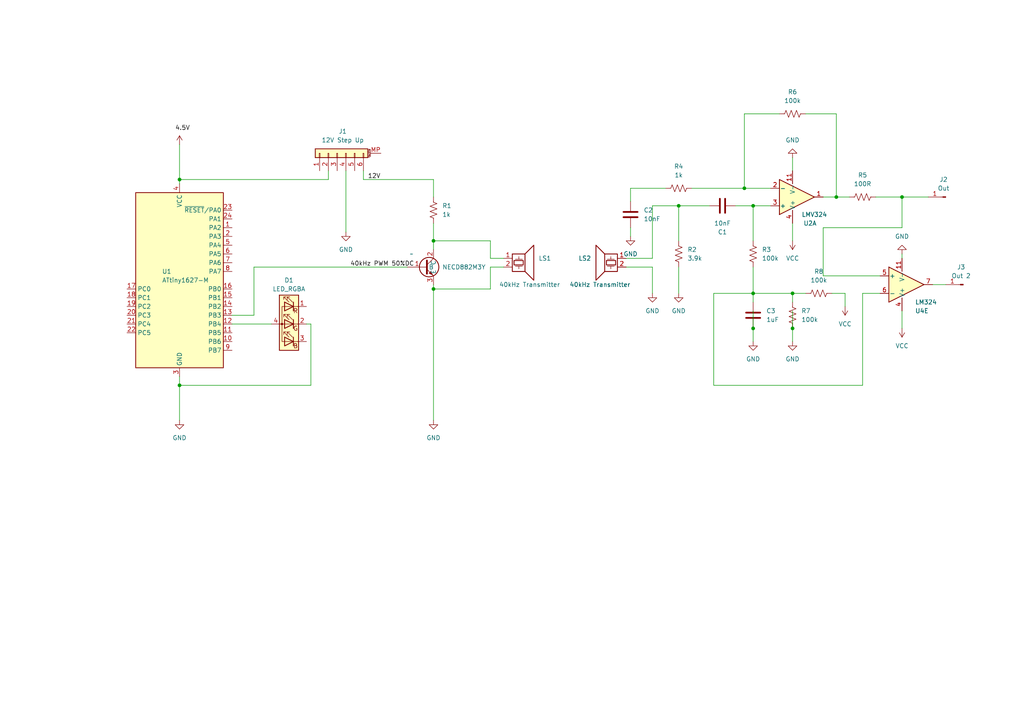
<source format=kicad_sch>
(kicad_sch (version 20230121) (generator eeschema)
  (paper "A4")
  (lib_symbols
    (symbol "Amplifier_Operational:LM324" (pin_names (offset 0.127))
      (property "Reference" "U" (at 0 5.08 0))
      (property "Value" "LM324" (at 0 -5.08 0))
      (symbol "LM324_1_1"
        (polyline (pts (xy -5.08 5.08) (xy 5.08 0) (xy -5.08 -5.08) (xy -5.08 5.08)) (stroke (width 0.254)) (fill (type background)))
        (pin output line (at 7.62 0 180) (length 2.54) (name "~") (number "1"))
        (pin input line (at -7.62 -2.54 0) (length 2.54) (name "-") (number "2"))
        (pin input line (at -7.62 2.54 0) (length 2.54) (name "+") (number "3"))
      )
      (symbol "LM324_2_1"
        (polyline (pts (xy -5.08 5.08) (xy 5.08 0) (xy -5.08 -5.08) (xy -5.08 5.08)) (stroke (width 0.254)) (fill (type background)))
        (pin input line (at -7.62 2.54 0) (length 2.54) (name "+") (number "5"))
        (pin input line (at -7.62 -2.54 0) (length 2.54) (name "-") (number "6"))
        (pin output line (at 7.62 0 180) (length 2.54) (name "~") (number "7"))
      )
      (symbol "LM324_3_1"
        (polyline (pts (xy -5.08 5.08) (xy 5.08 0) (xy -5.08 -5.08) (xy -5.08 5.08)) (stroke (width 0.254)) (fill (type background)))
        (pin input line (at -7.62 2.54 0) (length 2.54) (name "+") (number "10"))
        (pin output line (at 7.62 0 180) (length 2.54) (name "~") (number "8"))
        (pin input line (at -7.62 -2.54 0) (length 2.54) (name "-") (number "9"))
      )
      (symbol "LM324_4_1"
        (polyline (pts (xy -5.08 5.08) (xy 5.08 0) (xy -5.08 -5.08) (xy -5.08 5.08)) (stroke (width 0.254)) (fill (type background)))
        (pin input line (at -7.62 2.54 0) (length 2.54) (name "+") (number "12"))
        (pin input line (at -7.62 -2.54 0) (length 2.54) (name "-") (number "13"))
        (pin output line (at 7.62 0 180) (length 2.54) (name "~") (number "14"))
      )
      (symbol "LM324_5_1"
        (pin power_in line (at -2.54 -7.62 90) (length 3.81) (name "V-") (number "11"))
        (pin power_in line (at -2.54 7.62 270) (length 3.81) (name "V+") (number "4"))
      )
    )
    (symbol "Amplifier_Operational:LMV324" (pin_names (offset 0.127))
      (property "Reference" "U" (at 0 5.08 0))
      (property "Value" "LMV324" (at 0 -5.08 0))
      (symbol "LMV324_1_1"
        (polyline (pts (xy -5.08 5.08) (xy 5.08 0) (xy -5.08 -5.08) (xy -5.08 5.08)) (stroke (width 0.254)) (fill (type background)))
        (pin output line (at 7.62 0 180) (length 2.54) (name "~") (number "1"))
        (pin input line (at -7.62 -2.54 0) (length 2.54) (name "-") (number "2"))
        (pin input line (at -7.62 2.54 0) (length 2.54) (name "+") (number "3"))
      )
      (symbol "LMV324_2_1"
        (polyline (pts (xy -5.08 5.08) (xy 5.08 0) (xy -5.08 -5.08) (xy -5.08 5.08)) (stroke (width 0.254)) (fill (type background)))
        (pin input line (at -7.62 2.54 0) (length 2.54) (name "+") (number "5"))
        (pin input line (at -7.62 -2.54 0) (length 2.54) (name "-") (number "6"))
        (pin output line (at 7.62 0 180) (length 2.54) (name "~") (number "7"))
      )
      (symbol "LMV324_3_1"
        (polyline (pts (xy -5.08 5.08) (xy 5.08 0) (xy -5.08 -5.08) (xy -5.08 5.08)) (stroke (width 0.254)) (fill (type background)))
        (pin input line (at -7.62 2.54 0) (length 2.54) (name "+") (number "10"))
        (pin output line (at 7.62 0 180) (length 2.54) (name "~") (number "8"))
        (pin input line (at -7.62 -2.54 0) (length 2.54) (name "-") (number "9"))
      )
      (symbol "LMV324_4_1"
        (polyline (pts (xy -5.08 5.08) (xy 5.08 0) (xy -5.08 -5.08) (xy -5.08 5.08)) (stroke (width 0.254)) (fill (type background)))
        (pin input line (at -7.62 2.54 0) (length 2.54) (name "+") (number "12"))
        (pin input line (at -7.62 -2.54 0) (length 2.54) (name "-") (number "13"))
        (pin output line (at 7.62 0 180) (length 2.54) (name "~") (number "14"))
      )
      (symbol "LMV324_5_1"
        (pin power_in line (at -2.54 -7.62 90) (length 3.81) (name "V-") (number "11"))
        (pin power_in line (at -2.54 7.62 270) (length 3.81) (name "V+") (number "4"))
      )
    )
    (symbol "Connector:Conn_01x01_Pin" (pin_names (offset 1.016) hide)
      (property "Reference" "J" (at 0 2.54 0))
      (property "Value" "Conn_01x01_Pin" (at 0 -2.54 0))
      (symbol "Conn_01x01_Pin_1_1"
        (polyline (pts (xy 1.27 0) (xy 0.8636 0)) (stroke (width 0.1524)))
        (rectangle (start 0.8636 0.127) (end 0 -0.127) (stroke (width 0.1524)) (fill (type outline)))
        (pin passive line (at 5.08 0 180) (length 3.81) (name "Pin_1") (number "1"))
      )
    )
    (symbol "Connector_Generic_MountingPin:Conn_01x06_MountingPin" (pin_names (offset 1.016) hide)
      (property "Reference" "J" (at 0 7.62 0))
      (property "Value" "Conn_01x06_MountingPin" (at 1.27 -10.16 0))
      (symbol "Conn_01x06_MountingPin_1_1"
        (rectangle (start -1.27 -7.493) (end 0 -7.747) (stroke (width 0.1524)))
        (rectangle (start -1.27 -4.953) (end 0 -5.207) (stroke (width 0.1524)))
        (rectangle (start -1.27 -2.413) (end 0 -2.667) (stroke (width 0.1524)))
        (rectangle (start -1.27 0.127) (end 0 -0.127) (stroke (width 0.1524)))
        (rectangle (start -1.27 2.667) (end 0 2.413) (stroke (width 0.1524)))
        (rectangle (start -1.27 5.207) (end 0 4.953) (stroke (width 0.1524)))
        (rectangle (start -1.27 6.35) (end 1.27 -8.89) (stroke (width 0.254)) (fill (type background)))
        (polyline (pts (xy -1.016 -9.652) (xy 1.016 -9.652)) (stroke (width 0.1524)))
        (text "Mounting" (at 0 -9.271 0) (effects (font (size 0.381 0.381))))
        (pin passive line (at -5.08 5.08 0) (length 3.81) (name "Pin_1") (number "1"))
        (pin passive line (at -5.08 2.54 0) (length 3.81) (name "Pin_2") (number "2"))
        (pin passive line (at -5.08 0 0) (length 3.81) (name "Pin_3") (number "3"))
        (pin passive line (at -5.08 -2.54 0) (length 3.81) (name "Pin_4") (number "4"))
        (pin passive line (at -5.08 -5.08 0) (length 3.81) (name "Pin_5") (number "5"))
        (pin passive line (at -5.08 -7.62 0) (length 3.81) (name "Pin_6") (number "6"))
        (pin passive line (at 0 -12.7 90) (length 3.048) (name "MountPin") (number "MP"))
      )
    )
    (symbol "Device:C" (pin_numbers hide) (pin_names (offset 0.254))
      (property "Reference" "C" (at 0.635 2.54 0))
      (property "Value" "C" (at 0.635 -2.54 0))
      (symbol "C_0_1"
        (polyline (pts (xy -2.032 -0.762) (xy 2.032 -0.762)) (stroke (width 0.508)))
        (polyline (pts (xy -2.032 0.762) (xy 2.032 0.762)) (stroke (width 0.508)))
      )
      (symbol "C_1_1"
        (pin passive line (at 0 3.81 270) (length 2.794) (name "~") (number "1"))
        (pin passive line (at 0 -3.81 90) (length 2.794) (name "~") (number "2"))
      )
    )
    (symbol "Device:LED_RGBA" (pin_names (offset 0) hide)
      (property "Reference" "D" (at 0 9.398 0))
      (property "Value" "LED_RGBA" (at 0 -8.89 0))
      (symbol "LED_RGBA_0_0"
        (text "B" (at -1.905 -6.35 0) (effects (font (size 1.27 1.27))))
        (text "G" (at -1.905 -1.27 0) (effects (font (size 1.27 1.27))))
        (text "R" (at -1.905 3.81 0) (effects (font (size 1.27 1.27))))
      )
      (symbol "LED_RGBA_0_1"
        (polyline (pts (xy -1.27 -5.08) (xy -2.54 -5.08)))
        (polyline (pts (xy -1.27 -5.08) (xy 1.27 -5.08)))
        (polyline (pts (xy -1.27 -3.81) (xy -1.27 -6.35)) (stroke (width 0.254)))
        (polyline (pts (xy -1.27 0) (xy -2.54 0)))
        (polyline (pts (xy -1.27 1.27) (xy -1.27 -1.27)) (stroke (width 0.254)))
        (polyline (pts (xy -1.27 5.08) (xy -2.54 5.08)))
        (polyline (pts (xy -1.27 5.08) (xy 1.27 5.08)))
        (polyline (pts (xy -1.27 6.35) (xy -1.27 3.81)) (stroke (width 0.254)))
        (polyline (pts (xy 1.27 0) (xy -1.27 0)))
        (polyline (pts (xy 1.27 0) (xy 2.54 0)))
        (polyline (pts (xy -1.27 1.27) (xy -1.27 -1.27) (xy -1.27 -1.27)))
        (polyline (pts (xy -1.27 6.35) (xy -1.27 3.81) (xy -1.27 3.81)))
        (polyline (pts (xy 1.27 -5.08) (xy 2.032 -5.08) (xy 2.032 5.08) (xy 1.27 5.08)))
        (polyline (pts (xy 1.27 -3.81) (xy 1.27 -6.35) (xy -1.27 -5.08) (xy 1.27 -3.81)) (stroke (width 0.254)))
        (polyline (pts (xy 1.27 1.27) (xy 1.27 -1.27) (xy -1.27 0) (xy 1.27 1.27)) (stroke (width 0.254)))
        (polyline (pts (xy 1.27 6.35) (xy 1.27 3.81) (xy -1.27 5.08) (xy 1.27 6.35)) (stroke (width 0.254)))
        (polyline (pts (xy -1.016 -3.81) (xy 0.508 -2.286) (xy -0.254 -2.286) (xy 0.508 -2.286) (xy 0.508 -3.048)))
        (polyline (pts (xy -1.016 1.27) (xy 0.508 2.794) (xy -0.254 2.794) (xy 0.508 2.794) (xy 0.508 2.032)))
        (polyline (pts (xy -1.016 6.35) (xy 0.508 7.874) (xy -0.254 7.874) (xy 0.508 7.874) (xy 0.508 7.112)))
        (polyline (pts (xy 0 -3.81) (xy 1.524 -2.286) (xy 0.762 -2.286) (xy 1.524 -2.286) (xy 1.524 -3.048)))
        (polyline (pts (xy 0 1.27) (xy 1.524 2.794) (xy 0.762 2.794) (xy 1.524 2.794) (xy 1.524 2.032)))
        (polyline (pts (xy 0 6.35) (xy 1.524 7.874) (xy 0.762 7.874) (xy 1.524 7.874) (xy 1.524 7.112)))
        (rectangle (start 1.27 -1.27) (end 1.27 1.27))
        (rectangle (start 1.27 1.27) (end 1.27 1.27))
        (rectangle (start 1.27 3.81) (end 1.27 6.35))
        (rectangle (start 1.27 6.35) (end 1.27 6.35))
        (circle (center 2.032 0) (radius 0.254) (fill (type outline)))
        (rectangle (start 2.794 8.382) (end -2.794 -7.62) (stroke (width 0.254)) (fill (type background)))
      )
      (symbol "LED_RGBA_1_1"
        (pin passive line (at -5.08 5.08 0) (length 2.54) (name "RK") (number "1"))
        (pin passive line (at -5.08 0 0) (length 2.54) (name "GK") (number "2"))
        (pin passive line (at -5.08 -5.08 0) (length 2.54) (name "BK") (number "3"))
        (pin passive line (at 5.08 0 180) (length 2.54) (name "A") (number "4"))
      )
    )
    (symbol "Device:R_US" (pin_numbers hide) (pin_names (offset 0))
      (property "Reference" "R" (at 2.54 0 90))
      (property "Value" "R_US" (at -2.54 0 90))
      (symbol "R_US_0_1"
        (polyline (pts (xy 0 -2.286) (xy 0 -2.54)))
        (polyline (pts (xy 0 2.286) (xy 0 2.54)))
        (polyline (pts (xy 0 -0.762) (xy 1.016 -1.143) (xy 0 -1.524) (xy -1.016 -1.905) (xy 0 -2.286)))
        (polyline (pts (xy 0 0.762) (xy 1.016 0.381) (xy 0 0) (xy -1.016 -0.381) (xy 0 -0.762)))
        (polyline (pts (xy 0 2.286) (xy 1.016 1.905) (xy 0 1.524) (xy -1.016 1.143) (xy 0 0.762)))
      )
      (symbol "R_US_1_1"
        (pin passive line (at 0 3.81 270) (length 1.27) (name "~") (number "1"))
        (pin passive line (at 0 -3.81 90) (length 1.27) (name "~") (number "2"))
      )
    )
    (symbol "Device:Speaker_Ultrasound" (pin_names (offset 0) hide)
      (property "Reference" "LS" (at 0.635 5.715 0))
      (property "Value" "Speaker_Ultrasound" (at 0.635 3.81 0))
      (symbol "Speaker_Ultrasound_0_0"
        (rectangle (start -2.54 1.27) (end 1.143 -3.81) (stroke (width 0.254)))
        (rectangle (start -2.032 -0.635) (end 0.635 -1.905) (stroke (width 0.254)))
        (polyline (pts (xy -1.651 -2.286) (xy 0.381 -2.286)))
        (polyline (pts (xy -1.651 -0.254) (xy 0.381 -0.254)))
        (polyline (pts (xy -0.635 -2.286) (xy -0.635 -3.048)))
        (polyline (pts (xy -0.635 -0.254) (xy -0.635 0.508)))
        (polyline (pts (xy 1.143 1.27) (xy 3.683 3.81) (xy 3.683 -6.35) (xy 1.143 -3.81)) (stroke (width 0.254)))
      )
      (symbol "Speaker_Ultrasound_1_1"
        (pin input line (at -5.08 0 0) (length 2.54) (name "1") (number "1"))
        (pin input line (at -5.08 -2.54 0) (length 2.54) (name "2") (number "2"))
      )
    )
    (symbol "MCU_Microchip_ATtiny:ATtiny1627-M"
      (property "Reference" "U" (at -12.7 26.67 0))
      (property "Value" "ATtiny1627-M" (at 2.54 -26.67 0))
      (symbol "ATtiny1627-M_0_1"
        (rectangle (start -12.7 -25.4) (end 12.7 25.4) (stroke (width 0.254)) (fill (type background)))
      )
      (symbol "ATtiny1627-M_1_1"
        (pin bidirectional line (at 15.24 15.24 180) (length 2.54) (name "PA2") (number "1"))
        (pin bidirectional line (at 15.24 -17.78 180) (length 2.54) (name "PB6") (number "10"))
        (pin bidirectional line (at 15.24 -15.24 180) (length 2.54) (name "PB5") (number "11"))
        (pin bidirectional line (at 15.24 -12.7 180) (length 2.54) (name "PB4") (number "12"))
        (pin bidirectional line (at 15.24 -10.16 180) (length 2.54) (name "PB3") (number "13"))
        (pin bidirectional line (at 15.24 -7.62 180) (length 2.54) (name "PB2") (number "14"))
        (pin bidirectional line (at 15.24 -5.08 180) (length 2.54) (name "PB1") (number "15"))
        (pin bidirectional line (at 15.24 -2.54 180) (length 2.54) (name "PB0") (number "16"))
        (pin bidirectional line (at -15.24 -2.54 0) (length 2.54) (name "PC0") (number "17"))
        (pin bidirectional line (at -15.24 -5.08 0) (length 2.54) (name "PC1") (number "18"))
        (pin bidirectional line (at -15.24 -7.62 0) (length 2.54) (name "PC2") (number "19"))
        (pin bidirectional line (at 15.24 12.7 180) (length 2.54) (name "PA3") (number "2"))
        (pin bidirectional line (at -15.24 -10.16 0) (length 2.54) (name "PC3") (number "20"))
        (pin bidirectional line (at -15.24 -12.7 0) (length 2.54) (name "PC4") (number "21"))
        (pin bidirectional line (at -15.24 -15.24 0) (length 2.54) (name "PC5") (number "22"))
        (pin bidirectional line (at 15.24 20.32 180) (length 2.54) (name "~{RESET}/PA0") (number "23"))
        (pin bidirectional line (at 15.24 17.78 180) (length 2.54) (name "PA1") (number "24"))
        (pin passive line (at 0 -27.94 90) (length 2.54) hide (name "GND") (number "25"))
        (pin power_in line (at 0 -27.94 90) (length 2.54) (name "GND") (number "3"))
        (pin power_in line (at 0 27.94 270) (length 2.54) (name "VCC") (number "4"))
        (pin bidirectional line (at 15.24 10.16 180) (length 2.54) (name "PA4") (number "5"))
        (pin bidirectional line (at 15.24 7.62 180) (length 2.54) (name "PA5") (number "6"))
        (pin bidirectional line (at 15.24 5.08 180) (length 2.54) (name "PA6") (number "7"))
        (pin bidirectional line (at 15.24 2.54 180) (length 2.54) (name "PA7") (number "8"))
        (pin bidirectional line (at 15.24 -20.32 180) (length 2.54) (name "PB7") (number "9"))
      )
    )
    (symbol "custom:NECD882PM3Y"
      (property "Reference" "MOSFET" (at 0 0 0))
      (symbol "NECD882PM3Y_0_1"
        (polyline (pts (xy 4.445 -3.175) (xy 6.35 -1.27)))
        (polyline (pts (xy 4.445 -4.445) (xy 6.35 -6.35) (xy 6.35 -6.35)))
        (polyline (pts (xy 4.445 -1.905) (xy 4.445 -5.715) (xy 4.445 -5.715)) (stroke (width 0.508)))
        (polyline (pts (xy 5.08 -5.588) (xy 5.588 -5.08) (xy 6.096 -6.096) (xy 5.08 -5.588) (xy 5.08 -5.588)) (fill (type outline)))
        (circle (center 5.08 -3.81) (radius 2.8194) (stroke (width 0.254)))
      )
      (symbol "NECD882PM3Y_1_1"
        (pin passive line (at -1.27 -3.81 0) (length 5.715) (name "B") (number "1"))
        (pin passive line (at 6.35 1.27 270) (length 2.54) (name "C") (number "2"))
        (pin passive line (at 6.35 -8.89 90) (length 2.54) (name "E") (number "3"))
      )
    )
    (symbol "power:+4V" (power) (pin_names (offset 0))
      (property "Value" "+4V" (at 0 3.556 0))
      (symbol "+4V_0_1"
        (polyline (pts (xy -0.762 1.27) (xy 0 2.54)))
        (polyline (pts (xy 0 0) (xy 0 2.54)))
        (polyline (pts (xy 0 2.54) (xy 0.762 1.27)))
      )
      (symbol "+4V_1_1"
        (pin power_in line (at 0 0 90) (length 0) hide (name "+4V") (number "1"))
      )
    )
    (symbol "power:GND" (power) (pin_names (offset 0))
      (property "Value" "GND" (at 0 -3.81 0))
      (symbol "GND_0_1"
        (polyline (pts (xy 0 0) (xy 0 -1.27) (xy 1.27 -1.27) (xy 0 -2.54) (xy -1.27 -1.27) (xy 0 -1.27)))
      )
      (symbol "GND_1_1"
        (pin power_in line (at 0 0 270) (length 0) hide (name "GND") (number "1"))
      )
    )
    (symbol "power:VCC" (power) (pin_names (offset 0))
      (property "Value" "VCC" (at 0 3.81 0))
      (symbol "VCC_0_1"
        (polyline (pts (xy -0.762 1.27) (xy 0 2.54)))
        (polyline (pts (xy 0 0) (xy 0 2.54)))
        (polyline (pts (xy 0 2.54) (xy 0.762 1.27)))
      )
      (symbol "VCC_1_1"
        (pin power_in line (at 0 0 90) (length 0) hide (name "VCC") (number "1"))
      )
    )
  )
  (junction (at 215.9 54.61))
  (junction (at 218.44 59.69))
  (junction (at 261.62 57.15))
  (junction (at 52.07 111.76))
  (junction (at 242.57 57.15))
  (junction (at 52.07 52.07))
  (junction (at 218.44 85.09))
  (junction (at 125.73 69.85))
  (junction (at 218.44 95.25))
  (junction (at 229.87 95.25))
  (junction (at 229.87 85.09))
  (junction (at 196.85 59.69))
  (junction (at 125.73 83.82))
  (wire (pts (xy 213.36 59.69) (xy 218.44 59.69)))
  (wire (pts (xy 67.31 93.98) (xy 78.74 93.98)))
  (wire (pts (xy 238.76 66.04) (xy 238.76 80.01)))
  (wire (pts (xy 218.44 85.09) (xy 229.87 85.09)))
  (wire (pts (xy 226.06 33.02) (xy 215.9 33.02)))
  (wire (pts (xy 189.23 74.93) (xy 189.23 59.69)))
  (wire (pts (xy 95.25 52.07) (xy 52.07 52.07)))
  (wire (pts (xy 105.41 49.53) (xy 105.41 52.07)))
  (wire (pts (xy 196.85 59.69) (xy 205.74 59.69)))
  (wire (pts (xy 142.24 74.93) (xy 142.24 69.85)))
  (wire (pts (xy 207.01 85.09) (xy 218.44 85.09)))
  (wire (pts (xy 229.87 95.25) (xy 229.87 99.06)))
  (wire (pts (xy 125.73 72.39) (xy 125.73 69.85)))
  (wire (pts (xy 189.23 59.69) (xy 196.85 59.69)))
  (wire (pts (xy 218.44 85.09) (xy 218.44 87.63)))
  (wire (pts (xy 218.44 90.17) (xy 218.44 95.25)))
  (wire (pts (xy 215.9 54.61) (xy 223.52 54.61)))
  (wire (pts (xy 238.76 57.15) (xy 242.57 57.15)))
  (wire (pts (xy 218.44 77.47) (xy 218.44 85.09)))
  (wire (pts (xy 245.11 88.9) (xy 245.11 85.09)))
  (wire (pts (xy 229.87 85.09) (xy 229.87 87.63)))
  (wire (pts (xy 261.62 90.17) (xy 261.62 95.25)))
  (wire (pts (xy 52.07 111.76) (xy 52.07 121.92)))
  (wire (pts (xy 207.01 111.76) (xy 207.01 85.09)))
  (wire (pts (xy 125.73 82.55) (xy 125.73 83.82)))
  (wire (pts (xy 52.07 52.07) (xy 52.07 53.34)))
  (wire (pts (xy 142.24 77.47) (xy 142.24 83.82)))
  (wire (pts (xy 270.51 82.55) (xy 274.32 82.55)))
  (wire (pts (xy 233.68 33.02) (xy 242.57 33.02)))
  (wire (pts (xy 90.17 111.76) (xy 52.07 111.76)))
  (wire (pts (xy 189.23 77.47) (xy 181.61 77.47)))
  (wire (pts (xy 196.85 77.47) (xy 196.85 85.09)))
  (wire (pts (xy 238.76 80.01) (xy 255.27 80.01)))
  (wire (pts (xy 181.61 74.93) (xy 189.23 74.93)))
  (wire (pts (xy 242.57 33.02) (xy 242.57 57.15)))
  (wire (pts (xy 218.44 95.25) (xy 218.44 99.06)))
  (wire (pts (xy 229.87 85.09) (xy 233.68 85.09)))
  (wire (pts (xy 73.66 77.47) (xy 118.11 77.47)))
  (wire (pts (xy 229.87 90.17) (xy 229.87 95.25)))
  (wire (pts (xy 261.62 57.15) (xy 261.62 66.04)))
  (wire (pts (xy 189.23 85.09) (xy 189.23 77.47)))
  (wire (pts (xy 52.07 109.22) (xy 52.07 111.76)))
  (wire (pts (xy 200.66 54.61) (xy 215.9 54.61)))
  (wire (pts (xy 105.41 52.07) (xy 125.73 52.07)))
  (wire (pts (xy 100.33 49.53) (xy 100.33 67.31)))
  (wire (pts (xy 218.44 59.69) (xy 223.52 59.69)))
  (wire (pts (xy 261.62 66.04) (xy 238.76 66.04)))
  (wire (pts (xy 229.87 45.72) (xy 229.87 49.53)))
  (wire (pts (xy 196.85 59.69) (xy 196.85 69.85)))
  (wire (pts (xy 215.9 33.02) (xy 215.9 54.61)))
  (wire (pts (xy 182.88 54.61) (xy 193.04 54.61)))
  (wire (pts (xy 67.31 91.44) (xy 73.66 91.44)))
  (wire (pts (xy 88.9 93.98) (xy 90.17 93.98)))
  (wire (pts (xy 95.25 49.53) (xy 95.25 52.07)))
  (wire (pts (xy 146.05 74.93) (xy 142.24 74.93)))
  (wire (pts (xy 250.19 85.09) (xy 250.19 111.76)))
  (wire (pts (xy 255.27 85.09) (xy 250.19 85.09)))
  (wire (pts (xy 250.19 111.76) (xy 207.01 111.76)))
  (wire (pts (xy 245.11 85.09) (xy 241.3 85.09)))
  (wire (pts (xy 73.66 91.44) (xy 73.66 77.47)))
  (wire (pts (xy 182.88 66.04) (xy 182.88 68.58)))
  (wire (pts (xy 142.24 69.85) (xy 125.73 69.85)))
  (wire (pts (xy 261.62 57.15) (xy 269.24 57.15)))
  (wire (pts (xy 52.07 41.91) (xy 52.07 52.07)))
  (wire (pts (xy 125.73 64.77) (xy 125.73 69.85)))
  (wire (pts (xy 261.62 73.66) (xy 261.62 74.93)))
  (wire (pts (xy 142.24 83.82) (xy 125.73 83.82)))
  (wire (pts (xy 182.88 58.42) (xy 182.88 54.61)))
  (wire (pts (xy 125.73 83.82) (xy 125.73 121.92)))
  (wire (pts (xy 125.73 52.07) (xy 125.73 57.15)))
  (wire (pts (xy 90.17 93.98) (xy 90.17 111.76)))
  (wire (pts (xy 254 57.15) (xy 261.62 57.15)))
  (wire (pts (xy 229.87 64.77) (xy 229.87 69.85)))
  (wire (pts (xy 218.44 59.69) (xy 218.44 69.85)))
  (wire (pts (xy 242.57 57.15) (xy 246.38 57.15)))
  (wire (pts (xy 146.05 77.47) (xy 142.24 77.47)))
  (label "12V" (at 106.68 52.07 0))
  (label "4.5V" (at 50.8 38.1 0))
  (label "40kHz PWM 50%DC" (at 101.6 77.47 0))
  (symbol (lib_id "Device:Speaker_Ultrasound") (at 176.53 74.93 0) (mirror y) (unit 1)
    (property "Reference" "LS2" (at 171.45 74.93 0) (effects (justify left)))
    (property "Value" "40kHz Transmitter" (at 182.88 82.55 0) (effects (justify left)))
  )
  (symbol (lib_id "power:GND") (at 100.33 67.31 0) (unit 1)
    (property "Reference" "#PWR03" (effects hide))
    (property "Value" "GND" (at 100.33 72.39 0))
  )
  (symbol (lib_id "Device:R_US") (at 229.87 33.02 90) (unit 1)
    (property "Reference" "R6" (at 229.87 26.67 90))
    (property "Value" "100k" (at 229.87 29.21 90))
  )
  (symbol (lib_id "Amplifier_Operational:LMV324") (at 231.14 57.15 0) (mirror x) (unit 1)
    (property "Reference" "U2" (at 234.95 64.77 0))
    (property "Value" "LMV324" (at 236.22 62.23 0))
    (property "Datasheet" "http://www.ti.com/lit/ds/symlink/lmv324.pdf" (effects hide))
  )
  (symbol (lib_id "Device:R_US") (at 218.44 73.66 180) (unit 1)
    (property "Reference" "R3" (at 220.98 72.39 0) (effects (justify right)))
    (property "Value" "100k" (at 220.98 74.93 0) (effects (justify right)))
  )
  (symbol (lib_id "Device:R_US") (at 250.19 57.15 90) (unit 1)
    (property "Reference" "R5" (at 250.19 50.8 90))
    (property "Value" "100R" (at 250.19 53.34 90))
  )
  (symbol (lib_id "Device:Speaker_Ultrasound") (at 151.13 74.93 0) (unit 1)
    (property "Reference" "LS1" (at 156.21 74.93 0) (effects (justify left)))
    (property "Value" "40kHz Transmitter" (at 144.78 82.55 0) (effects (justify left)))
  )
  (symbol (lib_id "Device:R_US") (at 229.87 91.44 180) (unit 1)
    (property "Reference" "R7" (at 232.41 90.17 0) (effects (justify right)))
    (property "Value" "100k" (at 232.41 92.71 0) (effects (justify right)))
  )
  (symbol (lib_id "Device:R_US") (at 125.73 60.96 180) (unit 1)
    (property "Reference" "R1" (at 128.27 59.69 0) (effects (justify right)))
    (property "Value" "1k" (at 128.27 62.23 0) (effects (justify right)))
  )
  (symbol (lib_id "Device:C") (at 209.55 59.69 90) (mirror x) (unit 1)
    (property "Reference" "C1" (at 209.55 67.31 90))
    (property "Value" "10nF" (at 209.55 64.77 90))
  )
  (symbol (lib_id "power:GND") (at 125.73 121.92 0) (unit 1)
    (property "Reference" "#PWR04" (effects hide))
    (property "Value" "GND" (at 125.73 127 0))
  )
  (symbol (lib_id "power:GND") (at 196.85 85.09 0) (unit 1)
    (property "Reference" "#PWR06" (effects hide))
    (property "Value" "GND" (at 196.85 90.17 0))
  )
  (symbol (lib_id "power:GND") (at 229.87 45.72 0) (mirror x) (unit 1)
    (property "Reference" "#PWR010" (effects hide))
    (property "Value" "GND" (at 229.87 40.64 0))
  )
  (symbol (lib_id "Device:C") (at 218.44 91.44 0) (unit 1)
    (property "Reference" "C3" (at 222.25 90.17 0) (effects (justify left)))
    (property "Value" "1uF" (at 222.25 92.71 0) (effects (justify left)))
  )
  (symbol (lib_id "Device:R_US") (at 237.49 85.09 270) (unit 1)
    (property "Reference" "R8" (at 237.49 78.74 90))
    (property "Value" "100k" (at 237.49 81.28 90))
  )
  (symbol (lib_id "power:GND") (at 261.62 73.66 0) (mirror x) (unit 1)
    (property "Reference" "#PWR014" (effects hide))
    (property "Value" "GND" (at 261.62 68.58 0))
  )
  (symbol (lib_id "power:GND") (at 182.88 68.58 0) (unit 1)
    (property "Reference" "#PWR09" (effects hide))
    (property "Value" "GND" (at 182.88 73.66 0))
  )
  (symbol (lib_id "power:GND") (at 229.87 99.06 0) (unit 1)
    (property "Reference" "#PWR012" (effects hide))
    (property "Value" "GND" (at 229.87 104.14 0))
  )
  (symbol (lib_id "Connector:Conn_01x01_Pin") (at 274.32 57.15 0) (mirror y) (unit 1)
    (property "Reference" "J2" (at 273.685 52.07 0))
    (property "Value" "Out" (at 273.685 54.61 0))
  )
  (symbol (lib_id "MCU_Microchip_ATtiny:ATtiny1627-M") (at 52.07 81.28 0) (unit 1)
    (property "Reference" "U1" (at 46.99 78.74 0) (effects (justify left)))
    (property "Value" "ATtiny1627-M" (at 46.99 81.28 0) (effects (justify left)))
    (property "Footprint" "Package_DFN_QFN:QFN-24-1EP_4x4mm_P0.5mm_EP2.6x2.6mm" (effects hide))
    (property "Datasheet" "https://ww1.microchip.com/downloads/en/DeviceDoc/ATtiny1624-26-27-DataSheet-DS40002234A.pdf" (effects hide))
  )
  (symbol (lib_id "power:VCC") (at 261.62 95.25 0) (mirror x) (unit 1)
    (property "Reference" "#PWR013" (effects hide))
    (property "Value" "VCC" (at 261.62 100.33 0))
  )
  (symbol (lib_id "Amplifier_Operational:LM324") (at 264.16 82.55 0) (mirror x) (unit 5)
    (property "Reference" "U4" (at 265.43 90.17 0) (effects (justify left)))
    (property "Value" "LM324" (at 265.43 87.63 0) (effects (justify left)))
    (property "Datasheet" "http://www.ti.com/lit/ds/symlink/lm2902-n.pdf" (effects hide))
  )
  (symbol (lib_id "Connector:Conn_01x01_Pin") (at 279.4 82.55 0) (mirror y) (unit 1)
    (property "Reference" "J3" (at 278.765 77.47 0))
    (property "Value" "Out 2" (at 278.765 80.01 0))
  )
  (symbol (lib_id "power:+4V") (at 52.07 41.91 0) (unit 1)
    (property "Reference" "#PWR01" (effects hide))
    (property "Value" "+4V" (effects hide))
  )
  (symbol (lib_id "power:GND") (at 52.07 121.92 0) (unit 1)
    (property "Reference" "#PWR02" (effects hide))
    (property "Value" "GND" (at 52.07 127 0))
  )
  (symbol (lib_id "Amplifier_Operational:LM324") (at 232.41 57.15 0) (mirror x) (unit 5)
    (property "Reference" "U3" (effects hide))
    (property "Value" "LM324" (effects hide))
    (property "Datasheet" "http://www.ti.com/lit/ds/symlink/lm2902-n.pdf" (effects hide))
  )
  (symbol (lib_id "Device:R_US") (at 196.85 73.66 180) (unit 1)
    (property "Reference" "R2" (at 199.39 72.39 0) (effects (justify right)))
    (property "Value" "3.9k" (at 199.39 74.93 0) (effects (justify right)))
  )
  (symbol (lib_id "Amplifier_Operational:LMV324") (at 262.89 82.55 0) (unit 2)
    (property "Reference" "U2" (effects hide))
    (property "Value" "LMV324" (effects hide))
    (property "Datasheet" "http://www.ti.com/lit/ds/symlink/lmv324.pdf" (effects hide))
  )
  (symbol (lib_id "Device:C") (at 182.88 62.23 0) (unit 1)
    (property "Reference" "C2" (at 186.69 60.96 0) (effects (justify left)))
    (property "Value" "10nF" (at 186.69 63.5 0) (effects (justify left)))
  )
  (symbol (lib_id "custom:NECD882PM3Y") (at 119.38 73.66 0) (unit 1)
    (property "Reference" "NECD882M3Y" (at 128.27 77.47 0) (effects (justify left)))
    (property "Value" "~" (at 119.38 73.66 0))
  )
  (symbol (lib_id "power:GND") (at 218.44 99.06 0) (unit 1)
    (property "Reference" "#PWR07" (effects hide))
    (property "Value" "GND" (at 218.44 104.14 0))
  )
  (symbol (lib_id "Device:R_US") (at 196.85 54.61 90) (unit 1)
    (property "Reference" "R4" (at 196.85 48.26 90))
    (property "Value" "1k" (at 196.85 50.8 90))
  )
  (symbol (lib_id "Connector_Generic_MountingPin:Conn_01x06_MountingPin") (at 97.79 44.45 90) (unit 1)
    (property "Reference" "J1" (at 99.4156 38.1 90))
    (property "Value" "12V Step Up" (at 99.4156 40.64 90))
  )
  (symbol (lib_id "power:GND") (at 189.23 85.09 0) (unit 1)
    (property "Reference" "#PWR05" (effects hide))
    (property "Value" "GND" (at 189.23 90.17 0))
  )
  (symbol (lib_id "Device:LED_RGBA") (at 83.82 93.98 0) (mirror y) (unit 1)
    (property "Reference" "D1" (at 83.82 81.28 0))
    (property "Value" "LED_RGBA" (at 83.82 83.82 0))
  )
  (symbol (lib_id "power:VCC") (at 229.87 69.85 0) (mirror x) (unit 1)
    (property "Reference" "#PWR08" (effects hide))
    (property "Value" "VCC" (at 229.87 74.93 0))
  )
  (symbol (lib_id "power:VCC") (at 245.11 88.9 0) (mirror x) (unit 1)
    (property "Reference" "#PWR011" (effects hide))
    (property "Value" "VCC" (at 245.11 93.98 0))
  )
)
</source>
